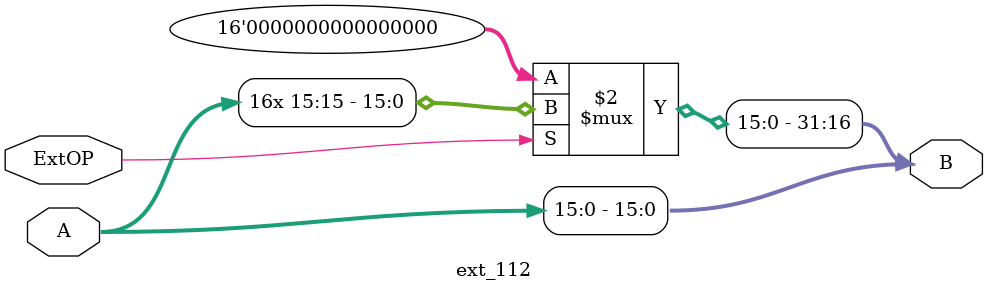
<source format=v>
module ext_112(A, B, ExtOP);

input[15:0] A;
input ExtOP;
output[31:0] B;

assign B[31:16] = (ExtOP == 0) ? (16'd0) : ({(16){A[15]}});
assign B[15:0] = A;

endmodule
</source>
